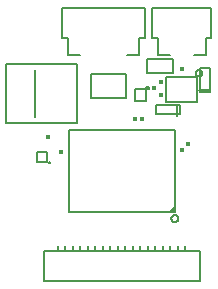
<source format=gbr>
G04 EAGLE Gerber RS-274X export*
G75*
%MOMM*%
%FSLAX34Y34*%
%LPD*%
%INSilkscreen Top*%
%IPPOS*%
%AMOC8*
5,1,8,0,0,1.08239X$1,22.5*%
G01*
%ADD10C,0.127000*%
%ADD11C,0.152400*%
%ADD12C,0.200000*%
%ADD13R,0.300000X0.300000*%

G36*
X135565Y59877D02*
X135565Y59877D01*
X135631Y59879D01*
X135674Y59897D01*
X135721Y59905D01*
X135778Y59939D01*
X135838Y59964D01*
X135873Y59995D01*
X135914Y60020D01*
X135956Y60071D01*
X136004Y60115D01*
X136026Y60157D01*
X136055Y60194D01*
X136076Y60256D01*
X136107Y60315D01*
X136115Y60369D01*
X136127Y60406D01*
X136126Y60446D01*
X136134Y60500D01*
X136134Y65500D01*
X136118Y65588D01*
X136109Y65676D01*
X136099Y65697D01*
X136095Y65721D01*
X136049Y65798D01*
X136010Y65877D01*
X135993Y65894D01*
X135980Y65914D01*
X135911Y65970D01*
X135847Y66031D01*
X135825Y66040D01*
X135806Y66055D01*
X135722Y66084D01*
X135640Y66119D01*
X135616Y66120D01*
X135594Y66127D01*
X135505Y66125D01*
X135416Y66129D01*
X135393Y66121D01*
X135369Y66121D01*
X135287Y66087D01*
X135202Y66060D01*
X135181Y66044D01*
X135162Y66036D01*
X135124Y66002D01*
X135052Y65948D01*
X130052Y60948D01*
X130001Y60875D01*
X129945Y60806D01*
X129937Y60784D01*
X129923Y60764D01*
X129901Y60678D01*
X129873Y60594D01*
X129873Y60570D01*
X129868Y60547D01*
X129877Y60458D01*
X129879Y60369D01*
X129888Y60347D01*
X129891Y60324D01*
X129930Y60244D01*
X129964Y60162D01*
X129980Y60144D01*
X129990Y60123D01*
X130055Y60062D01*
X130115Y59996D01*
X130136Y59985D01*
X130153Y59969D01*
X130235Y59934D01*
X130315Y59893D01*
X130341Y59890D01*
X130360Y59881D01*
X130410Y59879D01*
X130500Y59866D01*
X135500Y59866D01*
X135565Y59877D01*
G37*
D10*
X156540Y2100D02*
X24460Y2100D01*
X24460Y27500D01*
X87325Y27500D01*
X93675Y27500D01*
X100025Y27500D01*
X106375Y27500D01*
X112725Y27500D01*
X119075Y27500D01*
X125425Y27500D01*
X131775Y27500D01*
X138125Y27500D01*
X144475Y27500D01*
X156540Y27500D01*
X156540Y2100D01*
X144475Y27500D02*
X144475Y31945D01*
X138125Y31945D02*
X138125Y27500D01*
X131775Y27500D02*
X131775Y31945D01*
X125425Y31945D02*
X125425Y27500D01*
X119075Y27500D02*
X119075Y31945D01*
X112725Y31945D02*
X112725Y27500D01*
X106375Y27500D02*
X106375Y31945D01*
X100025Y31945D02*
X100025Y27500D01*
X93675Y27500D02*
X93675Y31945D01*
X87325Y31945D02*
X87325Y27500D01*
X80975Y27500D02*
X80975Y31945D01*
X74625Y31945D02*
X74625Y27500D01*
X68275Y27500D02*
X68275Y31945D01*
X61925Y31945D02*
X61925Y27500D01*
X55575Y27500D02*
X55575Y31945D01*
X49225Y31945D02*
X49225Y27500D01*
X42875Y27500D02*
X42875Y31945D01*
X36525Y31945D02*
X36525Y27500D01*
X45500Y130500D02*
X135500Y130500D01*
X45500Y130500D02*
X45500Y60500D01*
X135500Y60500D01*
X135500Y130500D01*
X132500Y55500D02*
X132502Y55609D01*
X132508Y55718D01*
X132518Y55826D01*
X132532Y55934D01*
X132549Y56042D01*
X132571Y56149D01*
X132596Y56255D01*
X132626Y56359D01*
X132659Y56463D01*
X132696Y56566D01*
X132736Y56667D01*
X132780Y56766D01*
X132828Y56864D01*
X132880Y56961D01*
X132934Y57055D01*
X132992Y57147D01*
X133054Y57237D01*
X133119Y57324D01*
X133186Y57410D01*
X133257Y57493D01*
X133331Y57573D01*
X133408Y57650D01*
X133487Y57725D01*
X133569Y57796D01*
X133654Y57865D01*
X133741Y57930D01*
X133830Y57993D01*
X133922Y58051D01*
X134016Y58107D01*
X134111Y58159D01*
X134209Y58208D01*
X134308Y58253D01*
X134409Y58295D01*
X134511Y58332D01*
X134614Y58366D01*
X134719Y58397D01*
X134825Y58423D01*
X134931Y58446D01*
X135039Y58464D01*
X135147Y58479D01*
X135255Y58490D01*
X135364Y58497D01*
X135473Y58500D01*
X135582Y58499D01*
X135691Y58494D01*
X135799Y58485D01*
X135907Y58472D01*
X136015Y58455D01*
X136122Y58435D01*
X136228Y58410D01*
X136333Y58382D01*
X136437Y58350D01*
X136540Y58314D01*
X136642Y58274D01*
X136742Y58231D01*
X136840Y58184D01*
X136937Y58134D01*
X137031Y58080D01*
X137124Y58022D01*
X137215Y57962D01*
X137303Y57898D01*
X137389Y57831D01*
X137472Y57761D01*
X137553Y57688D01*
X137631Y57612D01*
X137706Y57533D01*
X137779Y57451D01*
X137848Y57367D01*
X137914Y57281D01*
X137977Y57192D01*
X138037Y57101D01*
X138094Y57008D01*
X138147Y56913D01*
X138196Y56816D01*
X138242Y56717D01*
X138284Y56617D01*
X138323Y56515D01*
X138358Y56411D01*
X138389Y56307D01*
X138417Y56202D01*
X138440Y56095D01*
X138460Y55988D01*
X138476Y55880D01*
X138488Y55772D01*
X138496Y55663D01*
X138500Y55554D01*
X138500Y55446D01*
X138496Y55337D01*
X138488Y55228D01*
X138476Y55120D01*
X138460Y55012D01*
X138440Y54905D01*
X138417Y54798D01*
X138389Y54693D01*
X138358Y54589D01*
X138323Y54485D01*
X138284Y54383D01*
X138242Y54283D01*
X138196Y54184D01*
X138147Y54087D01*
X138094Y53992D01*
X138037Y53899D01*
X137977Y53808D01*
X137914Y53719D01*
X137848Y53633D01*
X137779Y53549D01*
X137706Y53467D01*
X137631Y53388D01*
X137553Y53312D01*
X137472Y53239D01*
X137389Y53169D01*
X137303Y53102D01*
X137215Y53038D01*
X137124Y52978D01*
X137031Y52920D01*
X136937Y52866D01*
X136840Y52816D01*
X136742Y52769D01*
X136642Y52726D01*
X136540Y52686D01*
X136437Y52650D01*
X136333Y52618D01*
X136228Y52590D01*
X136122Y52565D01*
X136015Y52545D01*
X135907Y52528D01*
X135799Y52515D01*
X135691Y52506D01*
X135582Y52501D01*
X135473Y52500D01*
X135364Y52503D01*
X135255Y52510D01*
X135147Y52521D01*
X135039Y52536D01*
X134931Y52554D01*
X134825Y52577D01*
X134719Y52603D01*
X134614Y52634D01*
X134511Y52668D01*
X134409Y52705D01*
X134308Y52747D01*
X134209Y52792D01*
X134111Y52841D01*
X134016Y52893D01*
X133922Y52949D01*
X133830Y53007D01*
X133741Y53070D01*
X133654Y53135D01*
X133569Y53204D01*
X133487Y53275D01*
X133408Y53350D01*
X133331Y53427D01*
X133257Y53507D01*
X133186Y53590D01*
X133119Y53676D01*
X133054Y53763D01*
X132992Y53853D01*
X132934Y53945D01*
X132880Y54039D01*
X132828Y54136D01*
X132780Y54234D01*
X132736Y54333D01*
X132696Y54434D01*
X132659Y54537D01*
X132626Y54641D01*
X132596Y54745D01*
X132571Y54851D01*
X132549Y54958D01*
X132532Y55066D01*
X132518Y55174D01*
X132508Y55282D01*
X132502Y55391D01*
X132500Y55500D01*
D11*
X27064Y111564D02*
X18936Y111564D01*
X18936Y103436D01*
X27064Y103436D01*
X27064Y111564D01*
D10*
X29000Y103500D02*
X30000Y103500D01*
X30000Y102500D01*
X29000Y102500D01*
X29000Y103500D01*
D12*
X151500Y193500D02*
X161500Y193500D01*
X161500Y208500D01*
X131500Y193500D02*
X121500Y193500D01*
X121500Y208500D01*
X116500Y233500D02*
X166500Y233500D01*
X116500Y233500D02*
X116500Y208500D01*
X121500Y208500D01*
X161500Y208500D02*
X166500Y208500D01*
X166500Y233500D01*
X105000Y193500D02*
X95000Y193500D01*
X105000Y193500D02*
X105000Y208500D01*
X55000Y193500D02*
X45000Y193500D01*
X45000Y208500D01*
X40000Y233500D02*
X110000Y233500D01*
X40000Y233500D02*
X40000Y208500D01*
X45000Y208500D01*
X105000Y208500D02*
X110000Y208500D01*
X110000Y233500D01*
D10*
X157000Y164500D02*
X165000Y164500D01*
X165000Y182500D01*
X157000Y182500D01*
X157000Y164500D01*
X157000Y162500D02*
X165000Y162500D01*
X165000Y164500D01*
X157000Y164500D02*
X157000Y162500D01*
X157000Y164500D02*
X156000Y164500D01*
X52500Y186000D02*
X52500Y136000D01*
X52500Y186000D02*
X-7500Y186000D01*
X-7500Y136000D01*
X52500Y136000D01*
X17500Y141000D02*
X17500Y181000D01*
X64500Y177500D02*
X94500Y177500D01*
X94500Y157500D01*
X64500Y157500D01*
X64500Y177500D01*
D13*
X118000Y165500D03*
D10*
X137500Y151500D02*
X137500Y143500D01*
X137500Y151500D02*
X119500Y151500D01*
X119500Y143500D01*
X137500Y143500D01*
X139500Y143500D02*
X139500Y151500D01*
X137500Y151500D01*
X137500Y143500D02*
X139500Y143500D01*
X137500Y143500D02*
X137500Y142500D01*
D13*
X102000Y139500D03*
X108000Y139500D03*
X28000Y124500D03*
X39500Y112000D03*
D10*
X101500Y165000D02*
X111500Y165000D01*
X101500Y165000D02*
X101500Y155000D01*
X111500Y155000D01*
X111500Y165000D01*
X113500Y165000D01*
X111500Y165000D02*
X111500Y167000D01*
X113500Y167000D01*
X113500Y165000D01*
X128000Y175000D02*
X154000Y175000D01*
X128000Y175000D02*
X128000Y154000D01*
X154000Y154000D01*
X154000Y175000D01*
X153172Y178500D02*
X153174Y178606D01*
X153180Y178711D01*
X153190Y178817D01*
X153204Y178921D01*
X153221Y179026D01*
X153243Y179129D01*
X153268Y179232D01*
X153298Y179334D01*
X153331Y179434D01*
X153367Y179533D01*
X153408Y179631D01*
X153452Y179727D01*
X153500Y179821D01*
X153551Y179914D01*
X153605Y180005D01*
X153663Y180093D01*
X153725Y180179D01*
X153789Y180263D01*
X153856Y180345D01*
X153927Y180424D01*
X154000Y180500D01*
X154076Y180573D01*
X154155Y180644D01*
X154237Y180711D01*
X154321Y180775D01*
X154407Y180837D01*
X154495Y180895D01*
X154586Y180949D01*
X154679Y181000D01*
X154773Y181048D01*
X154869Y181092D01*
X154967Y181133D01*
X155066Y181169D01*
X155166Y181202D01*
X155268Y181232D01*
X155371Y181257D01*
X155474Y181279D01*
X155579Y181296D01*
X155683Y181310D01*
X155789Y181320D01*
X155894Y181326D01*
X156000Y181328D01*
X156106Y181326D01*
X156211Y181320D01*
X156317Y181310D01*
X156421Y181296D01*
X156526Y181279D01*
X156629Y181257D01*
X156732Y181232D01*
X156834Y181202D01*
X156934Y181169D01*
X157033Y181133D01*
X157131Y181092D01*
X157227Y181048D01*
X157321Y181000D01*
X157414Y180949D01*
X157505Y180895D01*
X157593Y180837D01*
X157679Y180775D01*
X157763Y180711D01*
X157845Y180644D01*
X157924Y180573D01*
X158000Y180500D01*
X158073Y180424D01*
X158144Y180345D01*
X158211Y180263D01*
X158275Y180179D01*
X158337Y180093D01*
X158395Y180005D01*
X158449Y179914D01*
X158500Y179821D01*
X158548Y179727D01*
X158592Y179631D01*
X158633Y179533D01*
X158669Y179434D01*
X158702Y179334D01*
X158732Y179232D01*
X158757Y179129D01*
X158779Y179026D01*
X158796Y178921D01*
X158810Y178817D01*
X158820Y178711D01*
X158826Y178606D01*
X158828Y178500D01*
X158826Y178394D01*
X158820Y178289D01*
X158810Y178183D01*
X158796Y178079D01*
X158779Y177974D01*
X158757Y177871D01*
X158732Y177768D01*
X158702Y177666D01*
X158669Y177566D01*
X158633Y177467D01*
X158592Y177369D01*
X158548Y177273D01*
X158500Y177179D01*
X158449Y177086D01*
X158395Y176995D01*
X158337Y176907D01*
X158275Y176821D01*
X158211Y176737D01*
X158144Y176655D01*
X158073Y176576D01*
X158000Y176500D01*
X157924Y176427D01*
X157845Y176356D01*
X157763Y176289D01*
X157679Y176225D01*
X157593Y176163D01*
X157505Y176105D01*
X157414Y176051D01*
X157321Y176000D01*
X157227Y175952D01*
X157131Y175908D01*
X157033Y175867D01*
X156934Y175831D01*
X156834Y175798D01*
X156732Y175768D01*
X156629Y175743D01*
X156526Y175721D01*
X156421Y175704D01*
X156317Y175690D01*
X156211Y175680D01*
X156106Y175674D01*
X156000Y175672D01*
X155894Y175674D01*
X155789Y175680D01*
X155683Y175690D01*
X155579Y175704D01*
X155474Y175721D01*
X155371Y175743D01*
X155268Y175768D01*
X155166Y175798D01*
X155066Y175831D01*
X154967Y175867D01*
X154869Y175908D01*
X154773Y175952D01*
X154679Y176000D01*
X154586Y176051D01*
X154495Y176105D01*
X154407Y176163D01*
X154321Y176225D01*
X154237Y176289D01*
X154155Y176356D01*
X154076Y176427D01*
X154000Y176500D01*
X153927Y176576D01*
X153856Y176655D01*
X153789Y176737D01*
X153725Y176821D01*
X153663Y176907D01*
X153605Y176995D01*
X153551Y177086D01*
X153500Y177179D01*
X153452Y177273D01*
X153408Y177369D01*
X153367Y177467D01*
X153331Y177566D01*
X153298Y177666D01*
X153268Y177768D01*
X153243Y177871D01*
X153221Y177974D01*
X153204Y178079D01*
X153190Y178183D01*
X153180Y178289D01*
X153174Y178394D01*
X153172Y178500D01*
X133668Y178912D02*
X112332Y178912D01*
X112332Y190088D01*
X133668Y190088D01*
X133668Y178912D01*
D13*
X124000Y170500D03*
X124000Y160000D03*
X141500Y181500D03*
X146500Y118500D03*
X141500Y113500D03*
M02*

</source>
